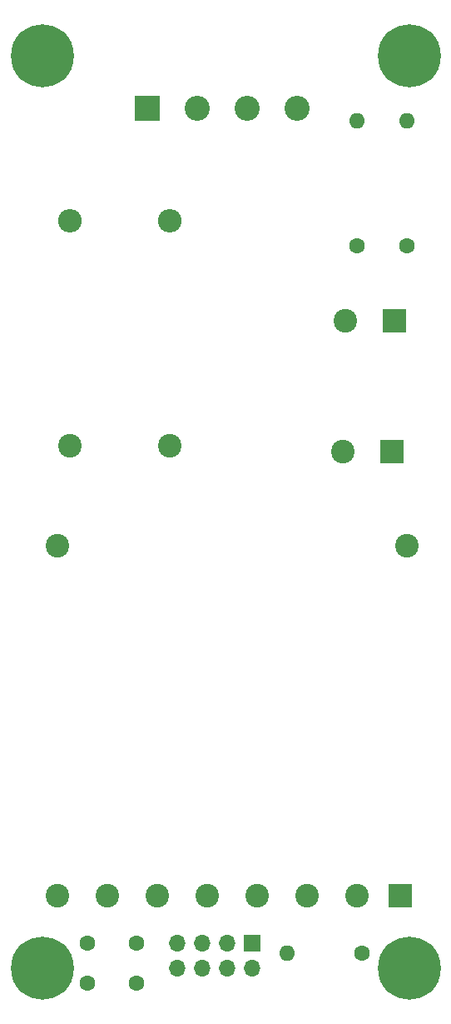
<source format=gbr>
G04 #@! TF.GenerationSoftware,KiCad,Pcbnew,8.0.1*
G04 #@! TF.CreationDate,2024-04-06T08:34:46-07:00*
G04 #@! TF.ProjectId,pbx_ring_gen,7062785f-7269-46e6-975f-67656e2e6b69,3*
G04 #@! TF.SameCoordinates,Original*
G04 #@! TF.FileFunction,Soldermask,Top*
G04 #@! TF.FilePolarity,Negative*
%FSLAX46Y46*%
G04 Gerber Fmt 4.6, Leading zero omitted, Abs format (unit mm)*
G04 Created by KiCad (PCBNEW 8.0.1) date 2024-04-06 08:34:46*
%MOMM*%
%LPD*%
G01*
G04 APERTURE LIST*
%ADD10R,1.700000X1.700000*%
%ADD11O,1.700000X1.700000*%
%ADD12C,1.600000*%
%ADD13O,1.600000X1.600000*%
%ADD14C,6.400000*%
%ADD15R,2.400000X2.400000*%
%ADD16C,2.400000*%
%ADD17O,2.400000X2.400000*%
%ADD18R,2.550000X2.550000*%
%ADD19C,2.550000*%
G04 APERTURE END LIST*
D10*
X156972000Y-136906000D03*
D11*
X156972000Y-139446000D03*
X154432000Y-136906000D03*
X154432000Y-139446000D03*
X151892000Y-136906000D03*
X151892000Y-139446000D03*
X149352000Y-136906000D03*
X149352000Y-139446000D03*
D12*
X168148000Y-137922000D03*
D13*
X160528000Y-137922000D03*
D14*
X135636000Y-46736000D03*
D15*
X171233959Y-86995000D03*
D16*
X166233959Y-86995000D03*
X148590000Y-86360000D03*
D17*
X148590000Y-63500000D03*
D12*
X140248000Y-140970000D03*
X145248000Y-140970000D03*
D14*
X172974000Y-139446000D03*
D15*
X172085000Y-132080000D03*
D16*
X167640000Y-132080000D03*
X162560000Y-132080000D03*
X157480000Y-132080000D03*
X152400000Y-132080000D03*
X147320000Y-132080000D03*
X142240000Y-132080000D03*
X137160000Y-132080000D03*
X137160000Y-96520000D03*
X172720000Y-96520000D03*
D18*
X146304000Y-52070000D03*
D19*
X151384000Y-52070000D03*
X156464000Y-52070000D03*
X161544000Y-52070000D03*
D14*
X135636000Y-139446000D03*
D12*
X172720000Y-66040000D03*
D13*
X172720000Y-53340000D03*
D12*
X167640000Y-66040000D03*
D13*
X167640000Y-53340000D03*
D14*
X172974000Y-46736000D03*
D15*
X171450000Y-73660000D03*
D16*
X166450000Y-73660000D03*
D12*
X140248000Y-136906000D03*
X145248000Y-136906000D03*
D16*
X138430000Y-86360000D03*
D17*
X138430000Y-63500000D03*
M02*

</source>
